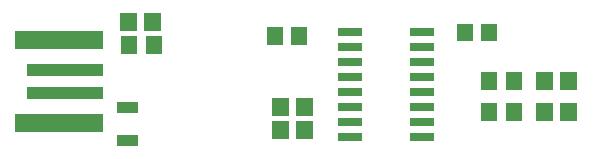
<source format=gtp>
G04 MADE WITH FRITZING*
G04 WWW.FRITZING.ORG*
G04 DOUBLE SIDED*
G04 HOLES PLATED*
G04 CONTOUR ON CENTER OF CONTOUR VECTOR*
%ASAXBY*%
%FSLAX23Y23*%
%MOIN*%
%OFA0B0*%
%SFA1.0B1.0*%
%ADD10R,0.080000X0.026000*%
%ADD11R,0.055118X0.059055*%
%ADD12R,0.295276X0.059055*%
%ADD13R,0.255906X0.039370*%
%LNPASTEMASK1*%
G90*
G70*
G54D10*
X1170Y162D03*
G54D11*
X922Y399D03*
X1003Y399D03*
X436Y369D03*
X517Y369D03*
G54D12*
X200Y110D03*
G54D13*
X220Y209D03*
X220Y287D03*
G54D12*
X200Y386D03*
G54D11*
X1636Y147D03*
X1717Y147D03*
X1636Y249D03*
X1717Y249D03*
G36*
X1210Y399D02*
X1130Y399D01*
X1130Y425D01*
X1210Y425D01*
X1210Y399D01*
G37*
D02*
G36*
X1210Y349D02*
X1130Y349D01*
X1130Y375D01*
X1210Y375D01*
X1210Y349D01*
G37*
D02*
G36*
X1210Y299D02*
X1130Y299D01*
X1130Y325D01*
X1210Y325D01*
X1210Y299D01*
G37*
D02*
G36*
X1210Y249D02*
X1130Y249D01*
X1130Y275D01*
X1210Y275D01*
X1210Y249D01*
G37*
D02*
G36*
X1210Y199D02*
X1130Y199D01*
X1130Y225D01*
X1210Y225D01*
X1210Y199D01*
G37*
D02*
G36*
X1210Y99D02*
X1130Y99D01*
X1130Y125D01*
X1210Y125D01*
X1210Y99D01*
G37*
D02*
G36*
X1210Y49D02*
X1130Y49D01*
X1130Y75D01*
X1210Y75D01*
X1210Y49D01*
G37*
D02*
G36*
X1452Y49D02*
X1372Y49D01*
X1372Y75D01*
X1452Y75D01*
X1452Y49D01*
G37*
D02*
G36*
X1452Y99D02*
X1372Y99D01*
X1372Y125D01*
X1452Y125D01*
X1452Y99D01*
G37*
D02*
G36*
X1452Y149D02*
X1372Y149D01*
X1372Y175D01*
X1452Y175D01*
X1452Y149D01*
G37*
D02*
G36*
X1452Y199D02*
X1372Y199D01*
X1372Y225D01*
X1452Y225D01*
X1452Y199D01*
G37*
D02*
G36*
X1452Y249D02*
X1372Y249D01*
X1372Y275D01*
X1452Y275D01*
X1452Y249D01*
G37*
D02*
G36*
X1452Y299D02*
X1372Y299D01*
X1372Y325D01*
X1452Y325D01*
X1452Y299D01*
G37*
D02*
G36*
X1452Y349D02*
X1372Y349D01*
X1372Y375D01*
X1452Y375D01*
X1452Y349D01*
G37*
D02*
G36*
X1452Y399D02*
X1372Y399D01*
X1372Y425D01*
X1452Y425D01*
X1452Y399D01*
G37*
D02*
G36*
X992Y58D02*
X992Y117D01*
X1047Y117D01*
X1047Y58D01*
X992Y58D01*
G37*
D02*
G36*
X912Y58D02*
X912Y117D01*
X967Y117D01*
X967Y58D01*
X912Y58D01*
G37*
D02*
G36*
X486Y418D02*
X486Y477D01*
X541Y477D01*
X541Y418D01*
X486Y418D01*
G37*
D02*
G36*
X406Y418D02*
X406Y477D01*
X461Y477D01*
X461Y418D01*
X406Y418D01*
G37*
D02*
G36*
X992Y133D02*
X992Y192D01*
X1047Y192D01*
X1047Y133D01*
X992Y133D01*
G37*
D02*
G36*
X912Y133D02*
X912Y192D01*
X967Y192D01*
X967Y133D01*
X912Y133D01*
G37*
D02*
G36*
X1608Y382D02*
X1608Y441D01*
X1663Y441D01*
X1663Y382D01*
X1608Y382D01*
G37*
D02*
G36*
X1528Y382D02*
X1528Y441D01*
X1583Y441D01*
X1583Y382D01*
X1528Y382D01*
G37*
D02*
G36*
X1872Y220D02*
X1872Y279D01*
X1927Y279D01*
X1927Y220D01*
X1872Y220D01*
G37*
D02*
G36*
X1792Y220D02*
X1792Y279D01*
X1847Y279D01*
X1847Y220D01*
X1792Y220D01*
G37*
D02*
G36*
X1872Y118D02*
X1872Y177D01*
X1927Y177D01*
X1927Y118D01*
X1872Y118D01*
G37*
D02*
G36*
X1792Y118D02*
X1792Y177D01*
X1847Y177D01*
X1847Y118D01*
X1792Y118D01*
G37*
D02*
G36*
X394Y71D02*
X465Y71D01*
X465Y32D01*
X394Y32D01*
X394Y71D01*
G37*
D02*
G36*
X394Y181D02*
X465Y181D01*
X465Y142D01*
X394Y142D01*
X394Y181D01*
G37*
D02*
G04 End of PasteMask1*
M02*
</source>
